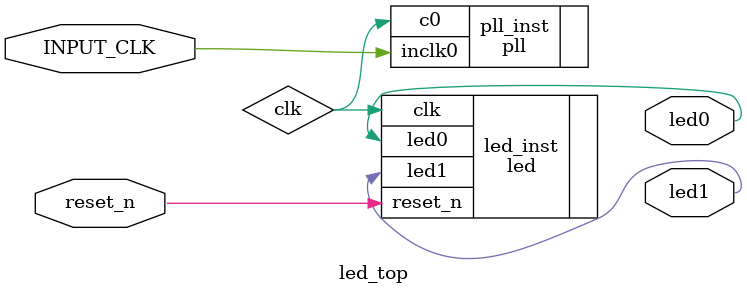
<source format=sv>
/* Copyright 2020 Jay Cordaro

Redistribution and use in source and binary forms, with or without modification, 
are permitted provided that the following conditions are met:

1. Redistributions of source code must retain the above copyright notice, 
this list of conditions and the following disclaimer.

2. Redistributions in binary form must reproduce the above copyright notice, 
this list of conditions and the following disclaimer in the documentation 
and/or other materials provided with the distribution.

THIS SOFTWARE IS PROVIDED BY THE COPYRIGHT HOLDER AND CONTRIBUTORS "AS IS" 
AND ANY EXPRESS OR IMPLIED WARRANTIES, INCLUDING, BUT NOT LIMITED TO, THE 
IMPLIED WARRANTIES OF MERCHANTABILITY AND FITNESS FOR A PARTICULAR PURPOSE 
ARE DISCLAIMED. IN NO EVENT SHALL THE COPYRIGHT HOLDER OR CONTRIBUTORS BE 
LIABLE FOR ANY DIRECT, INDIRECT, INCIDENTAL, SPECIAL, EXEMPLARY, OR 
CONSEQUENTIAL DAMAGES (INCLUDING, BUT NOT LIMITED TO, PROCUREMENT OF SUBSTITUTE
GOODS OR SERVICES; LOSS OF USE, DATA, OR PROFITS; OR BUSINESS INTERRUPTION) 
HOWEVER CAUSED AND ON ANY THEORY OF LIABILITY, WHETHER IN CONTRACT, STRICT 
LIABILITY, OR TORT (INCLUDING NEGLIGENCE OR OTHERWISE) ARISING IN ANY WAY 
OUT OF THE USE OF THIS SOFTWARE, EVEN IF ADVISED OF THE POSSIBILITY OF SUCH DAMAGE.
*/

module led_top(
		input INPUT_CLK,
		input reset_n,
		output logic led0, led1
		);
		
	logic clk;	
		
		
pll	pll_inst (
	.inclk0 ( INPUT_CLK ),
	.c0 ( clk ),
	);

led led_inst(
   .clk  		(clk),
	.reset_n 	(reset_n),
	.led0       (led0),
   .led1       (led1)
);

endmodule: led_top
</source>
